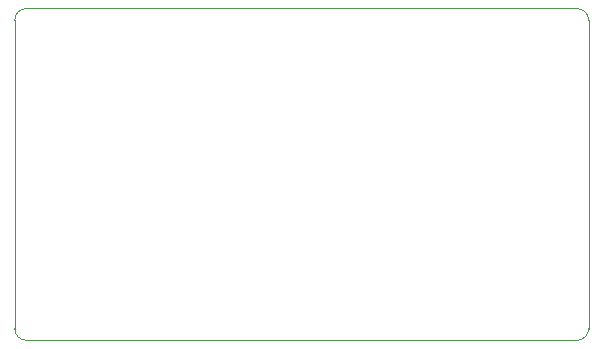
<source format=gbr>
%TF.GenerationSoftware,KiCad,Pcbnew,9.0.4*%
%TF.CreationDate,2025-09-16T11:07:58+03:00*%
%TF.ProjectId,5 to 15v,3520746f-2031-4357-962e-6b696361645f,rev?*%
%TF.SameCoordinates,Original*%
%TF.FileFunction,Profile,NP*%
%FSLAX46Y46*%
G04 Gerber Fmt 4.6, Leading zero omitted, Abs format (unit mm)*
G04 Created by KiCad (PCBNEW 9.0.4) date 2025-09-16 11:07:58*
%MOMM*%
%LPD*%
G01*
G04 APERTURE LIST*
%TA.AperFunction,Profile*%
%ADD10C,0.050000*%
%TD*%
G04 APERTURE END LIST*
D10*
X196500000Y-102400000D02*
X149900000Y-102400000D01*
X149900000Y-74300000D02*
X196500000Y-74300000D01*
X148900000Y-75300000D02*
G75*
G02*
X149900000Y-74300000I1000000J0D01*
G01*
X148900000Y-101400000D02*
X148900000Y-75300000D01*
X196500000Y-74300000D02*
G75*
G02*
X197500000Y-75300000I0J-1000000D01*
G01*
X197500000Y-75300000D02*
X197500000Y-101400000D01*
X149900000Y-102400000D02*
G75*
G02*
X148900000Y-101400000I0J1000000D01*
G01*
X197500000Y-101400000D02*
G75*
G02*
X196500000Y-102400000I-1000000J0D01*
G01*
M02*

</source>
